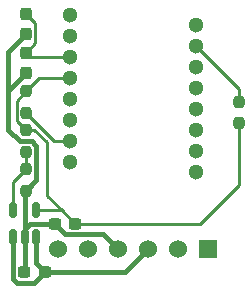
<source format=gbl>
%TF.GenerationSoftware,KiCad,Pcbnew,7.0.10*%
%TF.CreationDate,2024-02-19T13:55:26+09:00*%
%TF.ProjectId,trackball,74726163-6b62-4616-9c6c-2e6b69636164,rev?*%
%TF.SameCoordinates,Original*%
%TF.FileFunction,Copper,L2,Bot*%
%TF.FilePolarity,Positive*%
%FSLAX46Y46*%
G04 Gerber Fmt 4.6, Leading zero omitted, Abs format (unit mm)*
G04 Created by KiCad (PCBNEW 7.0.10) date 2024-02-19 13:55:26*
%MOMM*%
%LPD*%
G01*
G04 APERTURE LIST*
G04 Aperture macros list*
%AMRoundRect*
0 Rectangle with rounded corners*
0 $1 Rounding radius*
0 $2 $3 $4 $5 $6 $7 $8 $9 X,Y pos of 4 corners*
0 Add a 4 corners polygon primitive as box body*
4,1,4,$2,$3,$4,$5,$6,$7,$8,$9,$2,$3,0*
0 Add four circle primitives for the rounded corners*
1,1,$1+$1,$2,$3*
1,1,$1+$1,$4,$5*
1,1,$1+$1,$6,$7*
1,1,$1+$1,$8,$9*
0 Add four rect primitives between the rounded corners*
20,1,$1+$1,$2,$3,$4,$5,0*
20,1,$1+$1,$4,$5,$6,$7,0*
20,1,$1+$1,$6,$7,$8,$9,0*
20,1,$1+$1,$8,$9,$2,$3,0*%
G04 Aperture macros list end*
%TA.AperFunction,ComponentPad*%
%ADD10R,1.524000X1.524000*%
%TD*%
%TA.AperFunction,ComponentPad*%
%ADD11C,1.524000*%
%TD*%
%TA.AperFunction,ComponentPad*%
%ADD12C,1.300000*%
%TD*%
%TA.AperFunction,SMDPad,CuDef*%
%ADD13RoundRect,0.237500X-0.237500X0.300000X-0.237500X-0.300000X0.237500X-0.300000X0.237500X0.300000X0*%
%TD*%
%TA.AperFunction,SMDPad,CuDef*%
%ADD14RoundRect,0.237500X-0.237500X0.250000X-0.237500X-0.250000X0.237500X-0.250000X0.237500X0.250000X0*%
%TD*%
%TA.AperFunction,SMDPad,CuDef*%
%ADD15RoundRect,0.237500X0.300000X0.237500X-0.300000X0.237500X-0.300000X-0.237500X0.300000X-0.237500X0*%
%TD*%
%TA.AperFunction,SMDPad,CuDef*%
%ADD16RoundRect,0.237500X0.237500X-0.250000X0.237500X0.250000X-0.237500X0.250000X-0.237500X-0.250000X0*%
%TD*%
%TA.AperFunction,SMDPad,CuDef*%
%ADD17RoundRect,0.150000X0.150000X-0.512500X0.150000X0.512500X-0.150000X0.512500X-0.150000X-0.512500X0*%
%TD*%
%TA.AperFunction,Conductor*%
%ADD18C,0.250000*%
%TD*%
%TA.AperFunction,Conductor*%
%ADD19C,0.400000*%
%TD*%
G04 APERTURE END LIST*
D10*
%TO.P,J1,1,SCLK*%
%TO.N,SCLK*%
X53950000Y-64575000D03*
D11*
%TO.P,J1,2,NCS*%
%TO.N,NCS*%
X51410000Y-64575000D03*
%TO.P,J1,3,VCC*%
%TO.N,VCC*%
X48870000Y-64575000D03*
%TO.P,J1,4,GND*%
%TO.N,GND*%
X46330000Y-64575000D03*
%TO.P,J1,5,MOSI*%
%TO.N,MOSI*%
X43790000Y-64575000D03*
%TO.P,J1,6,MISO*%
%TO.N,MISO*%
X41250000Y-64575000D03*
%TD*%
D12*
%TO.P,U1,1*%
%TO.N,N/C*%
X42250000Y-44715000D03*
%TO.P,U1,2*%
X42250000Y-46495000D03*
%TO.P,U1,3,VDDPIX*%
%TO.N,Net-(U1-VDDPIX)*%
X42250000Y-48275000D03*
%TO.P,U1,4,VDD*%
%TO.N,VDD*%
X42250000Y-50055000D03*
%TO.P,U1,5,VDDIO*%
%TO.N,VCC*%
X42250000Y-51835000D03*
%TO.P,U1,6*%
%TO.N,N/C*%
X42250000Y-53615000D03*
%TO.P,U1,7,~{RESET}*%
%TO.N,Net-(U1-~{RESET})*%
X42250000Y-55395000D03*
%TO.P,U1,8,GND*%
%TO.N,GND*%
X42250000Y-57175000D03*
%TO.P,U1,9,MOTION*%
%TO.N,unconnected-(U1-MOTION-Pad9)*%
X52950000Y-58065000D03*
%TO.P,U1,10,SCLK*%
%TO.N,SCLK*%
X52950000Y-56285000D03*
%TO.P,U1,11,MOSI*%
%TO.N,MOSI*%
X52950000Y-54505000D03*
%TO.P,U1,12,MISO*%
%TO.N,MISO*%
X52950000Y-52725000D03*
%TO.P,U1,13,~{CS}*%
%TO.N,NCS*%
X52950000Y-50945000D03*
%TO.P,U1,14*%
%TO.N,N/C*%
X52950000Y-49165000D03*
%TO.P,U1,15,LED_P*%
%TO.N,Net-(U1-LED_P)*%
X52950000Y-47385000D03*
%TO.P,U1,16*%
%TO.N,N/C*%
X52950000Y-45605000D03*
%TD*%
D13*
%TO.P,C2,1*%
%TO.N,Net-(U1-VDDPIX)*%
X38557200Y-47932800D03*
%TO.P,C2,2*%
%TO.N,GND*%
X38557200Y-49657800D03*
%TD*%
D14*
%TO.P,R4,1*%
%TO.N,Net-(U3-FB)*%
X38557200Y-57788800D03*
%TO.P,R4,2*%
%TO.N,GND*%
X38557200Y-59613800D03*
%TD*%
D15*
%TO.P,C4,1*%
%TO.N,VDD*%
X42722800Y-62433200D03*
%TO.P,C4,2*%
%TO.N,GND*%
X40997800Y-62433200D03*
%TD*%
D16*
%TO.P,R2,1*%
%TO.N,VDD*%
X56590000Y-53902500D03*
%TO.P,R2,2*%
%TO.N,Net-(U1-LED_P)*%
X56590000Y-52077500D03*
%TD*%
D17*
%TO.P,U3,1,IN*%
%TO.N,VCC*%
X39380200Y-63545300D03*
%TO.P,U3,2,GND*%
%TO.N,GND*%
X38430200Y-63545300D03*
%TO.P,U3,3,EN*%
%TO.N,VCC*%
X37480200Y-63545300D03*
%TO.P,U3,4,FB*%
%TO.N,Net-(U3-FB)*%
X37480200Y-61270300D03*
%TO.P,U3,5,OUT*%
%TO.N,VDD*%
X39380200Y-61270300D03*
%TD*%
D14*
%TO.P,R1,1*%
%TO.N,VDD*%
X38557200Y-51184800D03*
%TO.P,R1,2*%
%TO.N,Net-(U1-~{RESET})*%
X38557200Y-53009800D03*
%TD*%
D15*
%TO.P,C3,1*%
%TO.N,VCC*%
X40130900Y-66522600D03*
%TO.P,C3,2*%
%TO.N,GND*%
X38405900Y-66522600D03*
%TD*%
D14*
%TO.P,R3,1*%
%TO.N,VDD*%
X38557200Y-54486800D03*
%TO.P,R3,2*%
%TO.N,Net-(U3-FB)*%
X38557200Y-56311800D03*
%TD*%
D13*
%TO.P,C1,1*%
%TO.N,Net-(U1-VDDPIX)*%
X38557200Y-44630800D03*
%TO.P,C1,2*%
%TO.N,GND*%
X38557200Y-46355800D03*
%TD*%
D18*
%TO.N,Net-(U1-VDDPIX)*%
X39357200Y-47132800D02*
X38557200Y-47932800D01*
X42250000Y-48275000D02*
X38899400Y-48275000D01*
X39357200Y-45430800D02*
X39357200Y-47132800D01*
X38557200Y-44630800D02*
X39357200Y-45430800D01*
X38899400Y-48275000D02*
X38557200Y-47932800D01*
D19*
%TO.N,GND*%
X37058600Y-47854400D02*
X37058600Y-51155600D01*
X39432200Y-55789800D02*
X39039800Y-55397400D01*
X37058600Y-51155600D02*
X37287200Y-50927000D01*
X38430200Y-59740800D02*
X38557200Y-59613800D01*
X38430200Y-63545300D02*
X38430200Y-59740800D01*
X39039800Y-55397400D02*
X38023800Y-55397400D01*
X40997800Y-62433200D02*
X38879801Y-62433200D01*
X38557200Y-59613800D02*
X39432200Y-58738800D01*
X38430200Y-66498300D02*
X38405900Y-66522600D01*
X38023800Y-55397400D02*
X37058600Y-54432200D01*
X38557200Y-46355800D02*
X37058600Y-47854400D01*
X38430200Y-62882801D02*
X38430200Y-63545300D01*
X38556400Y-49657800D02*
X37287200Y-50927000D01*
X39432200Y-58738800D02*
X39432200Y-55789800D01*
X41872800Y-63308200D02*
X45063200Y-63308200D01*
X38879801Y-62433200D02*
X38430200Y-62882801D01*
X38430200Y-63545300D02*
X38430200Y-66498300D01*
X40997800Y-62433200D02*
X41872800Y-63308200D01*
X37058600Y-54432200D02*
X37058600Y-51155600D01*
X38557200Y-49657800D02*
X38556400Y-49657800D01*
X45063200Y-63308200D02*
X46330000Y-64575000D01*
%TO.N,VCC*%
X48870000Y-64575000D02*
X46922400Y-66522600D01*
X40130900Y-66522600D02*
X39255900Y-67397600D01*
X46922400Y-66522600D02*
X40130900Y-66522600D01*
X37468400Y-63557100D02*
X37480200Y-63545300D01*
X37468400Y-67084800D02*
X37468400Y-63557100D01*
X39380200Y-63545300D02*
X39380200Y-65771900D01*
X37781200Y-67397600D02*
X37468400Y-67084800D01*
X39380200Y-65771900D02*
X40130900Y-66522600D01*
X39255900Y-67397600D02*
X37781200Y-67397600D01*
D18*
%TO.N,VDD*%
X37757200Y-53686800D02*
X38557200Y-54486800D01*
X39272200Y-54486800D02*
X40309800Y-55524400D01*
X39380200Y-61270300D02*
X41559900Y-61270300D01*
X40309800Y-55524400D02*
X40309800Y-60020200D01*
X56590000Y-59107000D02*
X53263800Y-62433200D01*
X37757200Y-51984800D02*
X37757200Y-53686800D01*
X38557200Y-54486800D02*
X39272200Y-54486800D01*
X38557200Y-51184800D02*
X37757200Y-51984800D01*
X41559900Y-61270300D02*
X42722800Y-62433200D01*
X40309800Y-60020200D02*
X41559900Y-61270300D01*
X42722800Y-62433200D02*
X53263800Y-62433200D01*
X42250000Y-50055000D02*
X39687000Y-50055000D01*
X56590000Y-53902500D02*
X56590000Y-59107000D01*
X39687000Y-50055000D02*
X38557200Y-51184800D01*
%TO.N,Net-(U1-~{RESET})*%
X38557200Y-53009800D02*
X40942400Y-55395000D01*
X40942400Y-55395000D02*
X42250000Y-55395000D01*
%TO.N,Net-(U1-LED_P)*%
X56590000Y-52077500D02*
X56590000Y-51025000D01*
X52962100Y-47372900D02*
X52950000Y-47385000D01*
X56590000Y-51025000D02*
X52950000Y-47385000D01*
%TO.N,Net-(U3-FB)*%
X37480200Y-61270300D02*
X37480200Y-58865800D01*
X38557200Y-57788800D02*
X38557200Y-56311800D01*
X37480200Y-58865800D02*
X38557200Y-57788800D01*
%TD*%
M02*

</source>
